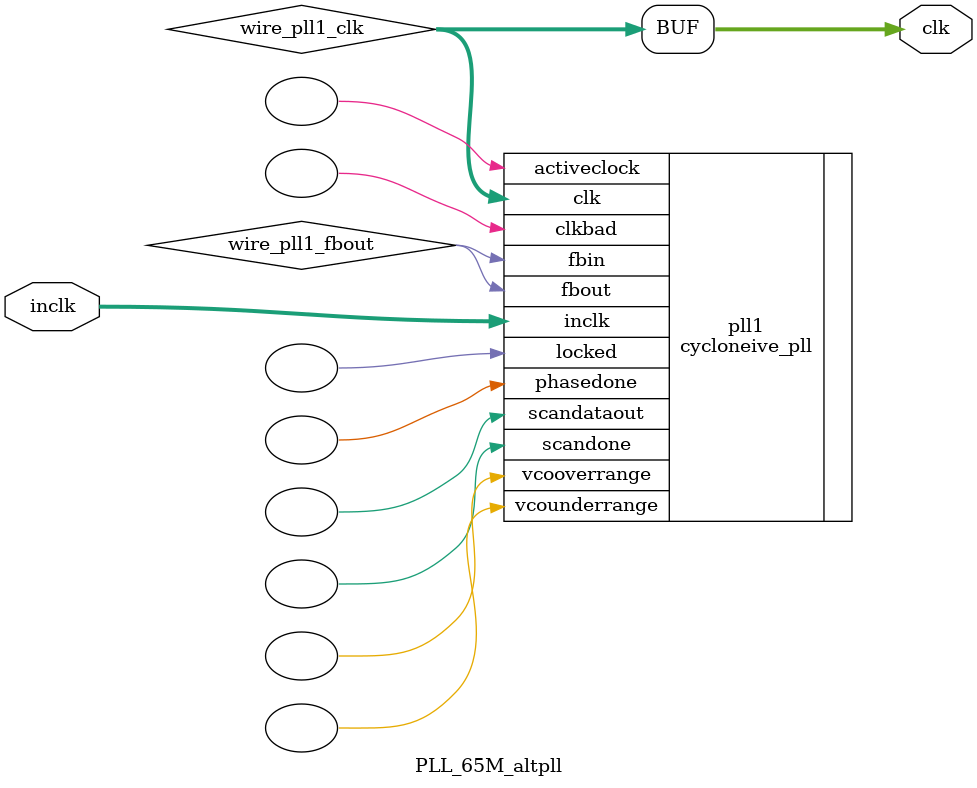
<source format=v>






//synthesis_resources = cycloneive_pll 1 
//synopsys translate_off
`timescale 1 ps / 1 ps
//synopsys translate_on
module  PLL_65M_altpll
	( 
	clk,
	inclk) /* synthesis synthesis_clearbox=1 */;
	output   [4:0]  clk;
	input   [1:0]  inclk;
`ifndef ALTERA_RESERVED_QIS
// synopsys translate_off
`endif
	tri0   [1:0]  inclk;
`ifndef ALTERA_RESERVED_QIS
// synopsys translate_on
`endif

	wire  [4:0]   wire_pll1_clk;
	wire  wire_pll1_fbout;

	cycloneive_pll   pll1
	( 
	.activeclock(),
	.clk(wire_pll1_clk),
	.clkbad(),
	.fbin(wire_pll1_fbout),
	.fbout(wire_pll1_fbout),
	.inclk(inclk),
	.locked(),
	.phasedone(),
	.scandataout(),
	.scandone(),
	.vcooverrange(),
	.vcounderrange()
	`ifndef FORMAL_VERIFICATION
	// synopsys translate_off
	`endif
	,
	.areset(1'b0),
	.clkswitch(1'b0),
	.configupdate(1'b0),
	.pfdena(1'b1),
	.phasecounterselect({3{1'b0}}),
	.phasestep(1'b0),
	.phaseupdown(1'b0),
	.scanclk(1'b0),
	.scanclkena(1'b1),
	.scandata(1'b0)
	`ifndef FORMAL_VERIFICATION
	// synopsys translate_on
	`endif
	);
	defparam
		pll1.bandwidth_type = "auto",
		pll1.clk0_divide_by = 10,
		pll1.clk0_duty_cycle = 50,
		pll1.clk0_multiply_by = 13,
		pll1.clk0_phase_shift = "0",
		pll1.clk1_divide_by = 5,
		pll1.clk1_duty_cycle = 50,
		pll1.clk1_multiply_by = 13,
		pll1.clk1_phase_shift = "0",
		pll1.compensate_clock = "clk0",
		pll1.inclk0_input_frequency = 20000,
		pll1.operation_mode = "normal",
		pll1.pll_type = "auto",
		pll1.lpm_type = "cycloneive_pll";
	assign
		clk = {wire_pll1_clk[4:0]};
endmodule //PLL_65M_altpll
//VALID FILE

</source>
